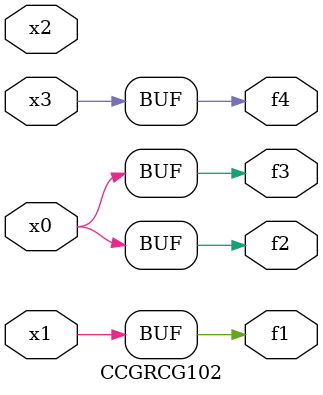
<source format=v>
module CCGRCG102(
	input x0, x1, x2, x3,
	output f1, f2, f3, f4
);
	assign f1 = x1;
	assign f2 = x0;
	assign f3 = x0;
	assign f4 = x3;
endmodule

</source>
